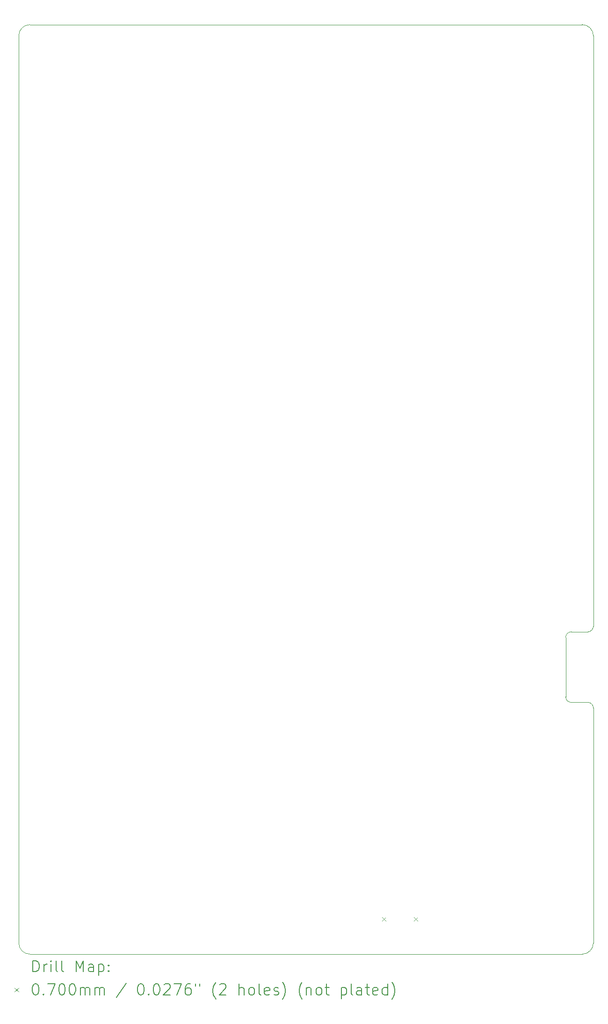
<source format=gbr>
%TF.GenerationSoftware,KiCad,Pcbnew,7.0.6*%
%TF.CreationDate,2023-12-09T00:06:20+01:00*%
%TF.ProjectId,MecProInverter,4d656350-726f-4496-9e76-65727465722e,rev?*%
%TF.SameCoordinates,Original*%
%TF.FileFunction,Drillmap*%
%TF.FilePolarity,Positive*%
%FSLAX45Y45*%
G04 Gerber Fmt 4.5, Leading zero omitted, Abs format (unit mm)*
G04 Created by KiCad (PCBNEW 7.0.6) date 2023-12-09 00:06:20*
%MOMM*%
%LPD*%
G01*
G04 APERTURE LIST*
%ADD10C,0.100000*%
%ADD11C,0.200000*%
%ADD12C,0.070002*%
G04 APERTURE END LIST*
D10*
X19700000Y-16275000D02*
X19400000Y-16275000D01*
X9400000Y-21900000D02*
X9400000Y-5500000D01*
X19800000Y-17650000D02*
G75*
G03*
X19700000Y-17550000I-100000J0D01*
G01*
X19400000Y-16275000D02*
G75*
G03*
X19300000Y-16375000I0J-100000D01*
G01*
X9600000Y-5300000D02*
G75*
G03*
X9400000Y-5500000I0J-200000D01*
G01*
X19300000Y-17450000D02*
X19300000Y-16375000D01*
X19600000Y-22100000D02*
G75*
G03*
X19800000Y-21900000I0J200000D01*
G01*
X19300000Y-17450000D02*
G75*
G03*
X19400000Y-17550000I100000J0D01*
G01*
X19600000Y-22100000D02*
X9600000Y-22100000D01*
X9600000Y-5300000D02*
X19600000Y-5300000D01*
X19400000Y-17550000D02*
X19700000Y-17550000D01*
X19800000Y-21900000D02*
X19800000Y-17650000D01*
X9400000Y-21900000D02*
G75*
G03*
X9600000Y-22100000I200000J0D01*
G01*
X19800000Y-5500000D02*
X19800000Y-16175000D01*
X19800000Y-5500000D02*
G75*
G03*
X19600000Y-5300000I-200000J0D01*
G01*
X19700000Y-16275000D02*
G75*
G03*
X19800000Y-16175000I0J100000D01*
G01*
D11*
D12*
X15976010Y-21434506D02*
X16046012Y-21504508D01*
X16046012Y-21434506D02*
X15976010Y-21504508D01*
X16554013Y-21434506D02*
X16624016Y-21504508D01*
X16624016Y-21434506D02*
X16554013Y-21504508D01*
D11*
X9655777Y-22416484D02*
X9655777Y-22216484D01*
X9655777Y-22216484D02*
X9703396Y-22216484D01*
X9703396Y-22216484D02*
X9731967Y-22226008D01*
X9731967Y-22226008D02*
X9751015Y-22245055D01*
X9751015Y-22245055D02*
X9760539Y-22264103D01*
X9760539Y-22264103D02*
X9770063Y-22302198D01*
X9770063Y-22302198D02*
X9770063Y-22330770D01*
X9770063Y-22330770D02*
X9760539Y-22368865D01*
X9760539Y-22368865D02*
X9751015Y-22387912D01*
X9751015Y-22387912D02*
X9731967Y-22406960D01*
X9731967Y-22406960D02*
X9703396Y-22416484D01*
X9703396Y-22416484D02*
X9655777Y-22416484D01*
X9855777Y-22416484D02*
X9855777Y-22283150D01*
X9855777Y-22321246D02*
X9865301Y-22302198D01*
X9865301Y-22302198D02*
X9874825Y-22292674D01*
X9874825Y-22292674D02*
X9893872Y-22283150D01*
X9893872Y-22283150D02*
X9912920Y-22283150D01*
X9979586Y-22416484D02*
X9979586Y-22283150D01*
X9979586Y-22216484D02*
X9970063Y-22226008D01*
X9970063Y-22226008D02*
X9979586Y-22235531D01*
X9979586Y-22235531D02*
X9989110Y-22226008D01*
X9989110Y-22226008D02*
X9979586Y-22216484D01*
X9979586Y-22216484D02*
X9979586Y-22235531D01*
X10103396Y-22416484D02*
X10084348Y-22406960D01*
X10084348Y-22406960D02*
X10074825Y-22387912D01*
X10074825Y-22387912D02*
X10074825Y-22216484D01*
X10208158Y-22416484D02*
X10189110Y-22406960D01*
X10189110Y-22406960D02*
X10179586Y-22387912D01*
X10179586Y-22387912D02*
X10179586Y-22216484D01*
X10436729Y-22416484D02*
X10436729Y-22216484D01*
X10436729Y-22216484D02*
X10503396Y-22359341D01*
X10503396Y-22359341D02*
X10570063Y-22216484D01*
X10570063Y-22216484D02*
X10570063Y-22416484D01*
X10751015Y-22416484D02*
X10751015Y-22311722D01*
X10751015Y-22311722D02*
X10741491Y-22292674D01*
X10741491Y-22292674D02*
X10722444Y-22283150D01*
X10722444Y-22283150D02*
X10684348Y-22283150D01*
X10684348Y-22283150D02*
X10665301Y-22292674D01*
X10751015Y-22406960D02*
X10731967Y-22416484D01*
X10731967Y-22416484D02*
X10684348Y-22416484D01*
X10684348Y-22416484D02*
X10665301Y-22406960D01*
X10665301Y-22406960D02*
X10655777Y-22387912D01*
X10655777Y-22387912D02*
X10655777Y-22368865D01*
X10655777Y-22368865D02*
X10665301Y-22349817D01*
X10665301Y-22349817D02*
X10684348Y-22340293D01*
X10684348Y-22340293D02*
X10731967Y-22340293D01*
X10731967Y-22340293D02*
X10751015Y-22330770D01*
X10846253Y-22283150D02*
X10846253Y-22483150D01*
X10846253Y-22292674D02*
X10865301Y-22283150D01*
X10865301Y-22283150D02*
X10903396Y-22283150D01*
X10903396Y-22283150D02*
X10922444Y-22292674D01*
X10922444Y-22292674D02*
X10931967Y-22302198D01*
X10931967Y-22302198D02*
X10941491Y-22321246D01*
X10941491Y-22321246D02*
X10941491Y-22378388D01*
X10941491Y-22378388D02*
X10931967Y-22397436D01*
X10931967Y-22397436D02*
X10922444Y-22406960D01*
X10922444Y-22406960D02*
X10903396Y-22416484D01*
X10903396Y-22416484D02*
X10865301Y-22416484D01*
X10865301Y-22416484D02*
X10846253Y-22406960D01*
X11027206Y-22397436D02*
X11036729Y-22406960D01*
X11036729Y-22406960D02*
X11027206Y-22416484D01*
X11027206Y-22416484D02*
X11017682Y-22406960D01*
X11017682Y-22406960D02*
X11027206Y-22397436D01*
X11027206Y-22397436D02*
X11027206Y-22416484D01*
X11027206Y-22292674D02*
X11036729Y-22302198D01*
X11036729Y-22302198D02*
X11027206Y-22311722D01*
X11027206Y-22311722D02*
X11017682Y-22302198D01*
X11017682Y-22302198D02*
X11027206Y-22292674D01*
X11027206Y-22292674D02*
X11027206Y-22311722D01*
D12*
X9324998Y-22709999D02*
X9395000Y-22780001D01*
X9395000Y-22709999D02*
X9324998Y-22780001D01*
D11*
X9693872Y-22636484D02*
X9712920Y-22636484D01*
X9712920Y-22636484D02*
X9731967Y-22646008D01*
X9731967Y-22646008D02*
X9741491Y-22655531D01*
X9741491Y-22655531D02*
X9751015Y-22674579D01*
X9751015Y-22674579D02*
X9760539Y-22712674D01*
X9760539Y-22712674D02*
X9760539Y-22760293D01*
X9760539Y-22760293D02*
X9751015Y-22798388D01*
X9751015Y-22798388D02*
X9741491Y-22817436D01*
X9741491Y-22817436D02*
X9731967Y-22826960D01*
X9731967Y-22826960D02*
X9712920Y-22836484D01*
X9712920Y-22836484D02*
X9693872Y-22836484D01*
X9693872Y-22836484D02*
X9674825Y-22826960D01*
X9674825Y-22826960D02*
X9665301Y-22817436D01*
X9665301Y-22817436D02*
X9655777Y-22798388D01*
X9655777Y-22798388D02*
X9646253Y-22760293D01*
X9646253Y-22760293D02*
X9646253Y-22712674D01*
X9646253Y-22712674D02*
X9655777Y-22674579D01*
X9655777Y-22674579D02*
X9665301Y-22655531D01*
X9665301Y-22655531D02*
X9674825Y-22646008D01*
X9674825Y-22646008D02*
X9693872Y-22636484D01*
X9846253Y-22817436D02*
X9855777Y-22826960D01*
X9855777Y-22826960D02*
X9846253Y-22836484D01*
X9846253Y-22836484D02*
X9836729Y-22826960D01*
X9836729Y-22826960D02*
X9846253Y-22817436D01*
X9846253Y-22817436D02*
X9846253Y-22836484D01*
X9922444Y-22636484D02*
X10055777Y-22636484D01*
X10055777Y-22636484D02*
X9970063Y-22836484D01*
X10170063Y-22636484D02*
X10189110Y-22636484D01*
X10189110Y-22636484D02*
X10208158Y-22646008D01*
X10208158Y-22646008D02*
X10217682Y-22655531D01*
X10217682Y-22655531D02*
X10227206Y-22674579D01*
X10227206Y-22674579D02*
X10236729Y-22712674D01*
X10236729Y-22712674D02*
X10236729Y-22760293D01*
X10236729Y-22760293D02*
X10227206Y-22798388D01*
X10227206Y-22798388D02*
X10217682Y-22817436D01*
X10217682Y-22817436D02*
X10208158Y-22826960D01*
X10208158Y-22826960D02*
X10189110Y-22836484D01*
X10189110Y-22836484D02*
X10170063Y-22836484D01*
X10170063Y-22836484D02*
X10151015Y-22826960D01*
X10151015Y-22826960D02*
X10141491Y-22817436D01*
X10141491Y-22817436D02*
X10131967Y-22798388D01*
X10131967Y-22798388D02*
X10122444Y-22760293D01*
X10122444Y-22760293D02*
X10122444Y-22712674D01*
X10122444Y-22712674D02*
X10131967Y-22674579D01*
X10131967Y-22674579D02*
X10141491Y-22655531D01*
X10141491Y-22655531D02*
X10151015Y-22646008D01*
X10151015Y-22646008D02*
X10170063Y-22636484D01*
X10360539Y-22636484D02*
X10379587Y-22636484D01*
X10379587Y-22636484D02*
X10398634Y-22646008D01*
X10398634Y-22646008D02*
X10408158Y-22655531D01*
X10408158Y-22655531D02*
X10417682Y-22674579D01*
X10417682Y-22674579D02*
X10427206Y-22712674D01*
X10427206Y-22712674D02*
X10427206Y-22760293D01*
X10427206Y-22760293D02*
X10417682Y-22798388D01*
X10417682Y-22798388D02*
X10408158Y-22817436D01*
X10408158Y-22817436D02*
X10398634Y-22826960D01*
X10398634Y-22826960D02*
X10379587Y-22836484D01*
X10379587Y-22836484D02*
X10360539Y-22836484D01*
X10360539Y-22836484D02*
X10341491Y-22826960D01*
X10341491Y-22826960D02*
X10331967Y-22817436D01*
X10331967Y-22817436D02*
X10322444Y-22798388D01*
X10322444Y-22798388D02*
X10312920Y-22760293D01*
X10312920Y-22760293D02*
X10312920Y-22712674D01*
X10312920Y-22712674D02*
X10322444Y-22674579D01*
X10322444Y-22674579D02*
X10331967Y-22655531D01*
X10331967Y-22655531D02*
X10341491Y-22646008D01*
X10341491Y-22646008D02*
X10360539Y-22636484D01*
X10512920Y-22836484D02*
X10512920Y-22703150D01*
X10512920Y-22722198D02*
X10522444Y-22712674D01*
X10522444Y-22712674D02*
X10541491Y-22703150D01*
X10541491Y-22703150D02*
X10570063Y-22703150D01*
X10570063Y-22703150D02*
X10589110Y-22712674D01*
X10589110Y-22712674D02*
X10598634Y-22731722D01*
X10598634Y-22731722D02*
X10598634Y-22836484D01*
X10598634Y-22731722D02*
X10608158Y-22712674D01*
X10608158Y-22712674D02*
X10627206Y-22703150D01*
X10627206Y-22703150D02*
X10655777Y-22703150D01*
X10655777Y-22703150D02*
X10674825Y-22712674D01*
X10674825Y-22712674D02*
X10684348Y-22731722D01*
X10684348Y-22731722D02*
X10684348Y-22836484D01*
X10779587Y-22836484D02*
X10779587Y-22703150D01*
X10779587Y-22722198D02*
X10789110Y-22712674D01*
X10789110Y-22712674D02*
X10808158Y-22703150D01*
X10808158Y-22703150D02*
X10836729Y-22703150D01*
X10836729Y-22703150D02*
X10855777Y-22712674D01*
X10855777Y-22712674D02*
X10865301Y-22731722D01*
X10865301Y-22731722D02*
X10865301Y-22836484D01*
X10865301Y-22731722D02*
X10874825Y-22712674D01*
X10874825Y-22712674D02*
X10893872Y-22703150D01*
X10893872Y-22703150D02*
X10922444Y-22703150D01*
X10922444Y-22703150D02*
X10941491Y-22712674D01*
X10941491Y-22712674D02*
X10951015Y-22731722D01*
X10951015Y-22731722D02*
X10951015Y-22836484D01*
X11341491Y-22626960D02*
X11170063Y-22884103D01*
X11598634Y-22636484D02*
X11617682Y-22636484D01*
X11617682Y-22636484D02*
X11636729Y-22646008D01*
X11636729Y-22646008D02*
X11646253Y-22655531D01*
X11646253Y-22655531D02*
X11655777Y-22674579D01*
X11655777Y-22674579D02*
X11665301Y-22712674D01*
X11665301Y-22712674D02*
X11665301Y-22760293D01*
X11665301Y-22760293D02*
X11655777Y-22798388D01*
X11655777Y-22798388D02*
X11646253Y-22817436D01*
X11646253Y-22817436D02*
X11636729Y-22826960D01*
X11636729Y-22826960D02*
X11617682Y-22836484D01*
X11617682Y-22836484D02*
X11598634Y-22836484D01*
X11598634Y-22836484D02*
X11579587Y-22826960D01*
X11579587Y-22826960D02*
X11570063Y-22817436D01*
X11570063Y-22817436D02*
X11560539Y-22798388D01*
X11560539Y-22798388D02*
X11551015Y-22760293D01*
X11551015Y-22760293D02*
X11551015Y-22712674D01*
X11551015Y-22712674D02*
X11560539Y-22674579D01*
X11560539Y-22674579D02*
X11570063Y-22655531D01*
X11570063Y-22655531D02*
X11579587Y-22646008D01*
X11579587Y-22646008D02*
X11598634Y-22636484D01*
X11751015Y-22817436D02*
X11760539Y-22826960D01*
X11760539Y-22826960D02*
X11751015Y-22836484D01*
X11751015Y-22836484D02*
X11741491Y-22826960D01*
X11741491Y-22826960D02*
X11751015Y-22817436D01*
X11751015Y-22817436D02*
X11751015Y-22836484D01*
X11884348Y-22636484D02*
X11903396Y-22636484D01*
X11903396Y-22636484D02*
X11922444Y-22646008D01*
X11922444Y-22646008D02*
X11931968Y-22655531D01*
X11931968Y-22655531D02*
X11941491Y-22674579D01*
X11941491Y-22674579D02*
X11951015Y-22712674D01*
X11951015Y-22712674D02*
X11951015Y-22760293D01*
X11951015Y-22760293D02*
X11941491Y-22798388D01*
X11941491Y-22798388D02*
X11931968Y-22817436D01*
X11931968Y-22817436D02*
X11922444Y-22826960D01*
X11922444Y-22826960D02*
X11903396Y-22836484D01*
X11903396Y-22836484D02*
X11884348Y-22836484D01*
X11884348Y-22836484D02*
X11865301Y-22826960D01*
X11865301Y-22826960D02*
X11855777Y-22817436D01*
X11855777Y-22817436D02*
X11846253Y-22798388D01*
X11846253Y-22798388D02*
X11836729Y-22760293D01*
X11836729Y-22760293D02*
X11836729Y-22712674D01*
X11836729Y-22712674D02*
X11846253Y-22674579D01*
X11846253Y-22674579D02*
X11855777Y-22655531D01*
X11855777Y-22655531D02*
X11865301Y-22646008D01*
X11865301Y-22646008D02*
X11884348Y-22636484D01*
X12027206Y-22655531D02*
X12036729Y-22646008D01*
X12036729Y-22646008D02*
X12055777Y-22636484D01*
X12055777Y-22636484D02*
X12103396Y-22636484D01*
X12103396Y-22636484D02*
X12122444Y-22646008D01*
X12122444Y-22646008D02*
X12131968Y-22655531D01*
X12131968Y-22655531D02*
X12141491Y-22674579D01*
X12141491Y-22674579D02*
X12141491Y-22693627D01*
X12141491Y-22693627D02*
X12131968Y-22722198D01*
X12131968Y-22722198D02*
X12017682Y-22836484D01*
X12017682Y-22836484D02*
X12141491Y-22836484D01*
X12208158Y-22636484D02*
X12341491Y-22636484D01*
X12341491Y-22636484D02*
X12255777Y-22836484D01*
X12503396Y-22636484D02*
X12465301Y-22636484D01*
X12465301Y-22636484D02*
X12446253Y-22646008D01*
X12446253Y-22646008D02*
X12436729Y-22655531D01*
X12436729Y-22655531D02*
X12417682Y-22684103D01*
X12417682Y-22684103D02*
X12408158Y-22722198D01*
X12408158Y-22722198D02*
X12408158Y-22798388D01*
X12408158Y-22798388D02*
X12417682Y-22817436D01*
X12417682Y-22817436D02*
X12427206Y-22826960D01*
X12427206Y-22826960D02*
X12446253Y-22836484D01*
X12446253Y-22836484D02*
X12484349Y-22836484D01*
X12484349Y-22836484D02*
X12503396Y-22826960D01*
X12503396Y-22826960D02*
X12512920Y-22817436D01*
X12512920Y-22817436D02*
X12522444Y-22798388D01*
X12522444Y-22798388D02*
X12522444Y-22750769D01*
X12522444Y-22750769D02*
X12512920Y-22731722D01*
X12512920Y-22731722D02*
X12503396Y-22722198D01*
X12503396Y-22722198D02*
X12484349Y-22712674D01*
X12484349Y-22712674D02*
X12446253Y-22712674D01*
X12446253Y-22712674D02*
X12427206Y-22722198D01*
X12427206Y-22722198D02*
X12417682Y-22731722D01*
X12417682Y-22731722D02*
X12408158Y-22750769D01*
X12598634Y-22636484D02*
X12598634Y-22674579D01*
X12674825Y-22636484D02*
X12674825Y-22674579D01*
X12970063Y-22912674D02*
X12960539Y-22903150D01*
X12960539Y-22903150D02*
X12941491Y-22874579D01*
X12941491Y-22874579D02*
X12931968Y-22855531D01*
X12931968Y-22855531D02*
X12922444Y-22826960D01*
X12922444Y-22826960D02*
X12912920Y-22779341D01*
X12912920Y-22779341D02*
X12912920Y-22741246D01*
X12912920Y-22741246D02*
X12922444Y-22693627D01*
X12922444Y-22693627D02*
X12931968Y-22665055D01*
X12931968Y-22665055D02*
X12941491Y-22646008D01*
X12941491Y-22646008D02*
X12960539Y-22617436D01*
X12960539Y-22617436D02*
X12970063Y-22607912D01*
X13036730Y-22655531D02*
X13046253Y-22646008D01*
X13046253Y-22646008D02*
X13065301Y-22636484D01*
X13065301Y-22636484D02*
X13112920Y-22636484D01*
X13112920Y-22636484D02*
X13131968Y-22646008D01*
X13131968Y-22646008D02*
X13141491Y-22655531D01*
X13141491Y-22655531D02*
X13151015Y-22674579D01*
X13151015Y-22674579D02*
X13151015Y-22693627D01*
X13151015Y-22693627D02*
X13141491Y-22722198D01*
X13141491Y-22722198D02*
X13027206Y-22836484D01*
X13027206Y-22836484D02*
X13151015Y-22836484D01*
X13389111Y-22836484D02*
X13389111Y-22636484D01*
X13474825Y-22836484D02*
X13474825Y-22731722D01*
X13474825Y-22731722D02*
X13465301Y-22712674D01*
X13465301Y-22712674D02*
X13446253Y-22703150D01*
X13446253Y-22703150D02*
X13417682Y-22703150D01*
X13417682Y-22703150D02*
X13398634Y-22712674D01*
X13398634Y-22712674D02*
X13389111Y-22722198D01*
X13598634Y-22836484D02*
X13579587Y-22826960D01*
X13579587Y-22826960D02*
X13570063Y-22817436D01*
X13570063Y-22817436D02*
X13560539Y-22798388D01*
X13560539Y-22798388D02*
X13560539Y-22741246D01*
X13560539Y-22741246D02*
X13570063Y-22722198D01*
X13570063Y-22722198D02*
X13579587Y-22712674D01*
X13579587Y-22712674D02*
X13598634Y-22703150D01*
X13598634Y-22703150D02*
X13627206Y-22703150D01*
X13627206Y-22703150D02*
X13646253Y-22712674D01*
X13646253Y-22712674D02*
X13655777Y-22722198D01*
X13655777Y-22722198D02*
X13665301Y-22741246D01*
X13665301Y-22741246D02*
X13665301Y-22798388D01*
X13665301Y-22798388D02*
X13655777Y-22817436D01*
X13655777Y-22817436D02*
X13646253Y-22826960D01*
X13646253Y-22826960D02*
X13627206Y-22836484D01*
X13627206Y-22836484D02*
X13598634Y-22836484D01*
X13779587Y-22836484D02*
X13760539Y-22826960D01*
X13760539Y-22826960D02*
X13751015Y-22807912D01*
X13751015Y-22807912D02*
X13751015Y-22636484D01*
X13931968Y-22826960D02*
X13912920Y-22836484D01*
X13912920Y-22836484D02*
X13874825Y-22836484D01*
X13874825Y-22836484D02*
X13855777Y-22826960D01*
X13855777Y-22826960D02*
X13846253Y-22807912D01*
X13846253Y-22807912D02*
X13846253Y-22731722D01*
X13846253Y-22731722D02*
X13855777Y-22712674D01*
X13855777Y-22712674D02*
X13874825Y-22703150D01*
X13874825Y-22703150D02*
X13912920Y-22703150D01*
X13912920Y-22703150D02*
X13931968Y-22712674D01*
X13931968Y-22712674D02*
X13941492Y-22731722D01*
X13941492Y-22731722D02*
X13941492Y-22750769D01*
X13941492Y-22750769D02*
X13846253Y-22769817D01*
X14017682Y-22826960D02*
X14036730Y-22836484D01*
X14036730Y-22836484D02*
X14074825Y-22836484D01*
X14074825Y-22836484D02*
X14093873Y-22826960D01*
X14093873Y-22826960D02*
X14103396Y-22807912D01*
X14103396Y-22807912D02*
X14103396Y-22798388D01*
X14103396Y-22798388D02*
X14093873Y-22779341D01*
X14093873Y-22779341D02*
X14074825Y-22769817D01*
X14074825Y-22769817D02*
X14046253Y-22769817D01*
X14046253Y-22769817D02*
X14027206Y-22760293D01*
X14027206Y-22760293D02*
X14017682Y-22741246D01*
X14017682Y-22741246D02*
X14017682Y-22731722D01*
X14017682Y-22731722D02*
X14027206Y-22712674D01*
X14027206Y-22712674D02*
X14046253Y-22703150D01*
X14046253Y-22703150D02*
X14074825Y-22703150D01*
X14074825Y-22703150D02*
X14093873Y-22712674D01*
X14170063Y-22912674D02*
X14179587Y-22903150D01*
X14179587Y-22903150D02*
X14198634Y-22874579D01*
X14198634Y-22874579D02*
X14208158Y-22855531D01*
X14208158Y-22855531D02*
X14217682Y-22826960D01*
X14217682Y-22826960D02*
X14227206Y-22779341D01*
X14227206Y-22779341D02*
X14227206Y-22741246D01*
X14227206Y-22741246D02*
X14217682Y-22693627D01*
X14217682Y-22693627D02*
X14208158Y-22665055D01*
X14208158Y-22665055D02*
X14198634Y-22646008D01*
X14198634Y-22646008D02*
X14179587Y-22617436D01*
X14179587Y-22617436D02*
X14170063Y-22607912D01*
X14531968Y-22912674D02*
X14522444Y-22903150D01*
X14522444Y-22903150D02*
X14503396Y-22874579D01*
X14503396Y-22874579D02*
X14493873Y-22855531D01*
X14493873Y-22855531D02*
X14484349Y-22826960D01*
X14484349Y-22826960D02*
X14474825Y-22779341D01*
X14474825Y-22779341D02*
X14474825Y-22741246D01*
X14474825Y-22741246D02*
X14484349Y-22693627D01*
X14484349Y-22693627D02*
X14493873Y-22665055D01*
X14493873Y-22665055D02*
X14503396Y-22646008D01*
X14503396Y-22646008D02*
X14522444Y-22617436D01*
X14522444Y-22617436D02*
X14531968Y-22607912D01*
X14608158Y-22703150D02*
X14608158Y-22836484D01*
X14608158Y-22722198D02*
X14617682Y-22712674D01*
X14617682Y-22712674D02*
X14636730Y-22703150D01*
X14636730Y-22703150D02*
X14665301Y-22703150D01*
X14665301Y-22703150D02*
X14684349Y-22712674D01*
X14684349Y-22712674D02*
X14693873Y-22731722D01*
X14693873Y-22731722D02*
X14693873Y-22836484D01*
X14817682Y-22836484D02*
X14798634Y-22826960D01*
X14798634Y-22826960D02*
X14789111Y-22817436D01*
X14789111Y-22817436D02*
X14779587Y-22798388D01*
X14779587Y-22798388D02*
X14779587Y-22741246D01*
X14779587Y-22741246D02*
X14789111Y-22722198D01*
X14789111Y-22722198D02*
X14798634Y-22712674D01*
X14798634Y-22712674D02*
X14817682Y-22703150D01*
X14817682Y-22703150D02*
X14846254Y-22703150D01*
X14846254Y-22703150D02*
X14865301Y-22712674D01*
X14865301Y-22712674D02*
X14874825Y-22722198D01*
X14874825Y-22722198D02*
X14884349Y-22741246D01*
X14884349Y-22741246D02*
X14884349Y-22798388D01*
X14884349Y-22798388D02*
X14874825Y-22817436D01*
X14874825Y-22817436D02*
X14865301Y-22826960D01*
X14865301Y-22826960D02*
X14846254Y-22836484D01*
X14846254Y-22836484D02*
X14817682Y-22836484D01*
X14941492Y-22703150D02*
X15017682Y-22703150D01*
X14970063Y-22636484D02*
X14970063Y-22807912D01*
X14970063Y-22807912D02*
X14979587Y-22826960D01*
X14979587Y-22826960D02*
X14998634Y-22836484D01*
X14998634Y-22836484D02*
X15017682Y-22836484D01*
X15236730Y-22703150D02*
X15236730Y-22903150D01*
X15236730Y-22712674D02*
X15255777Y-22703150D01*
X15255777Y-22703150D02*
X15293873Y-22703150D01*
X15293873Y-22703150D02*
X15312920Y-22712674D01*
X15312920Y-22712674D02*
X15322444Y-22722198D01*
X15322444Y-22722198D02*
X15331968Y-22741246D01*
X15331968Y-22741246D02*
X15331968Y-22798388D01*
X15331968Y-22798388D02*
X15322444Y-22817436D01*
X15322444Y-22817436D02*
X15312920Y-22826960D01*
X15312920Y-22826960D02*
X15293873Y-22836484D01*
X15293873Y-22836484D02*
X15255777Y-22836484D01*
X15255777Y-22836484D02*
X15236730Y-22826960D01*
X15446254Y-22836484D02*
X15427206Y-22826960D01*
X15427206Y-22826960D02*
X15417682Y-22807912D01*
X15417682Y-22807912D02*
X15417682Y-22636484D01*
X15608158Y-22836484D02*
X15608158Y-22731722D01*
X15608158Y-22731722D02*
X15598635Y-22712674D01*
X15598635Y-22712674D02*
X15579587Y-22703150D01*
X15579587Y-22703150D02*
X15541492Y-22703150D01*
X15541492Y-22703150D02*
X15522444Y-22712674D01*
X15608158Y-22826960D02*
X15589111Y-22836484D01*
X15589111Y-22836484D02*
X15541492Y-22836484D01*
X15541492Y-22836484D02*
X15522444Y-22826960D01*
X15522444Y-22826960D02*
X15512920Y-22807912D01*
X15512920Y-22807912D02*
X15512920Y-22788865D01*
X15512920Y-22788865D02*
X15522444Y-22769817D01*
X15522444Y-22769817D02*
X15541492Y-22760293D01*
X15541492Y-22760293D02*
X15589111Y-22760293D01*
X15589111Y-22760293D02*
X15608158Y-22750769D01*
X15674825Y-22703150D02*
X15751015Y-22703150D01*
X15703396Y-22636484D02*
X15703396Y-22807912D01*
X15703396Y-22807912D02*
X15712920Y-22826960D01*
X15712920Y-22826960D02*
X15731968Y-22836484D01*
X15731968Y-22836484D02*
X15751015Y-22836484D01*
X15893873Y-22826960D02*
X15874825Y-22836484D01*
X15874825Y-22836484D02*
X15836730Y-22836484D01*
X15836730Y-22836484D02*
X15817682Y-22826960D01*
X15817682Y-22826960D02*
X15808158Y-22807912D01*
X15808158Y-22807912D02*
X15808158Y-22731722D01*
X15808158Y-22731722D02*
X15817682Y-22712674D01*
X15817682Y-22712674D02*
X15836730Y-22703150D01*
X15836730Y-22703150D02*
X15874825Y-22703150D01*
X15874825Y-22703150D02*
X15893873Y-22712674D01*
X15893873Y-22712674D02*
X15903396Y-22731722D01*
X15903396Y-22731722D02*
X15903396Y-22750769D01*
X15903396Y-22750769D02*
X15808158Y-22769817D01*
X16074825Y-22836484D02*
X16074825Y-22636484D01*
X16074825Y-22826960D02*
X16055777Y-22836484D01*
X16055777Y-22836484D02*
X16017682Y-22836484D01*
X16017682Y-22836484D02*
X15998635Y-22826960D01*
X15998635Y-22826960D02*
X15989111Y-22817436D01*
X15989111Y-22817436D02*
X15979587Y-22798388D01*
X15979587Y-22798388D02*
X15979587Y-22741246D01*
X15979587Y-22741246D02*
X15989111Y-22722198D01*
X15989111Y-22722198D02*
X15998635Y-22712674D01*
X15998635Y-22712674D02*
X16017682Y-22703150D01*
X16017682Y-22703150D02*
X16055777Y-22703150D01*
X16055777Y-22703150D02*
X16074825Y-22712674D01*
X16151016Y-22912674D02*
X16160539Y-22903150D01*
X16160539Y-22903150D02*
X16179587Y-22874579D01*
X16179587Y-22874579D02*
X16189111Y-22855531D01*
X16189111Y-22855531D02*
X16198635Y-22826960D01*
X16198635Y-22826960D02*
X16208158Y-22779341D01*
X16208158Y-22779341D02*
X16208158Y-22741246D01*
X16208158Y-22741246D02*
X16198635Y-22693627D01*
X16198635Y-22693627D02*
X16189111Y-22665055D01*
X16189111Y-22665055D02*
X16179587Y-22646008D01*
X16179587Y-22646008D02*
X16160539Y-22617436D01*
X16160539Y-22617436D02*
X16151016Y-22607912D01*
M02*

</source>
